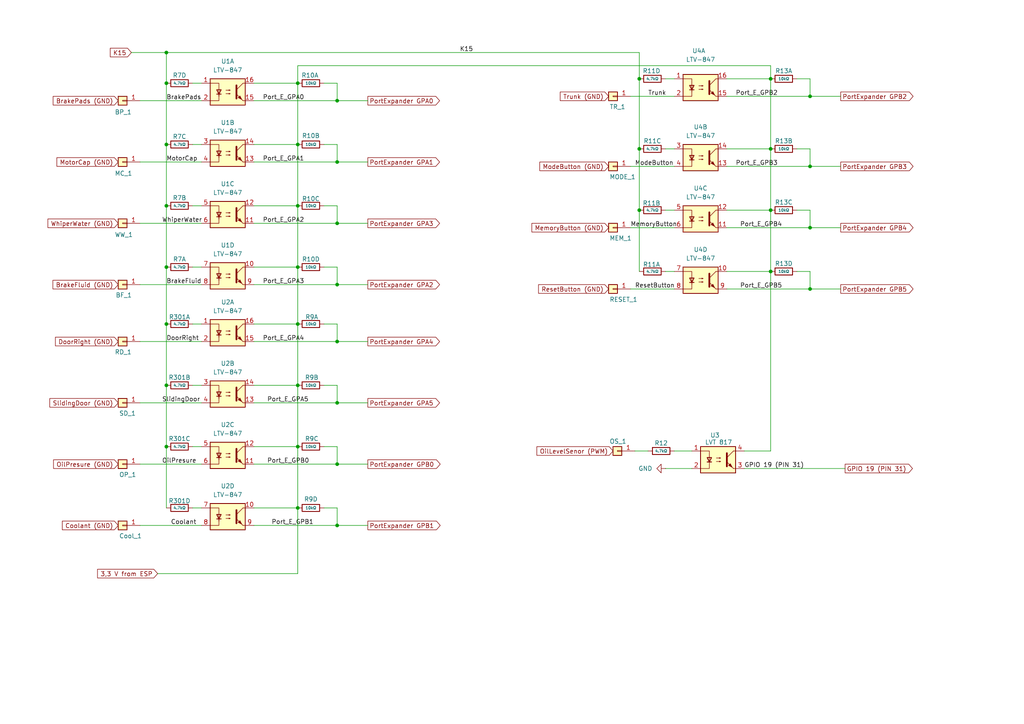
<source format=kicad_sch>
(kicad_sch (version 20231120) (generator "eeschema") (generator_version "8.0")
  (paper "A4")
  (title_block (title "Optocopler") (comment 1 "Subsheet Brake Out Borad") (comment 2 "(c) Norbert Schechner"))
  (junction (at 223.52 60.96))
  (junction (at 48.26 59.69))
  (junction (at 185.42 22.86))
  (junction (at 97.79 116.84))
  (junction (at 86.36 24.13))
  (junction (at 97.79 46.99))
  (junction (at 223.52 78.74))
  (junction (at 48.26 111.76))
  (junction (at 234.95 48.26))
  (junction (at 97.79 152.4))
  (junction (at 48.26 93.98))
  (junction (at 48.26 15.24))
  (junction (at 48.26 41.91))
  (junction (at 86.36 59.69))
  (junction (at 97.79 134.62))
  (junction (at 234.95 66.04))
  (junction (at 185.42 60.96))
  (junction (at 86.36 41.91))
  (junction (at 48.26 24.13))
  (junction (at 86.36 147.32))
  (junction (at 97.79 29.21))
  (junction (at 86.36 93.98))
  (junction (at 234.95 27.94))
  (junction (at 86.36 111.76))
  (junction (at 97.79 82.55))
  (junction (at 97.79 99.06))
  (junction (at 86.36 129.54))
  (junction (at 185.42 43.18))
  (junction (at 234.95 83.82))
  (junction (at 97.79 64.77))
  (junction (at 48.26 129.54))
  (junction (at 223.52 22.86))
  (junction (at 223.52 43.18))
  (junction (at 86.36 77.47))
  (junction (at 48.26 77.47))
  (wire (pts (xy 73.66 46.99) (xy 97.79 46.99)))
  (wire (pts (xy 106.68 29.21) (xy 97.79 29.21)))
  (wire (pts (xy 40.64 64.77) (xy 58.42 64.77)))
  (wire (pts (xy 73.66 59.69) (xy 86.36 59.69)))
  (wire (pts (xy 73.66 82.55) (xy 97.79 82.55)))
  (wire (pts (xy 55.88 147.32) (xy 58.42 147.32)))
  (wire (pts (xy 73.66 116.84) (xy 97.79 116.84)))
  (wire (pts (xy 40.64 46.99) (xy 58.42 46.99)))
  (wire (pts (xy 97.79 93.98) (xy 97.79 99.06)))
  (wire (pts (xy 40.64 29.21) (xy 58.42 29.21)))
  (wire (pts (xy 210.82 22.86) (xy 223.52 22.86)))
  (wire (pts (xy 73.66 111.76) (xy 86.36 111.76)))
  (wire (pts (xy 182.88 83.82) (xy 195.58 83.82)))
  (wire (pts (xy 55.88 77.47) (xy 58.42 77.47)))
  (wire (pts (xy 234.95 22.86) (xy 234.95 27.94)))
  (wire (pts (xy 86.36 147.32) (xy 86.36 129.54)))
  (wire (pts (xy 86.36 19.05) (xy 223.52 19.05)))
  (wire (pts (xy 223.52 60.96) (xy 223.52 78.74)))
  (wire (pts (xy 234.95 60.96) (xy 234.95 66.04)))
  (wire (pts (xy 223.52 78.74) (xy 223.52 130.81)))
  (wire (pts (xy 86.36 59.69) (xy 86.36 41.91)))
  (wire (pts (xy 45.72 166.37) (xy 86.36 166.37)))
  (wire (pts (xy 200.66 135.89) (xy 193.04 135.89)))
  (wire (pts (xy 40.64 152.4) (xy 58.42 152.4)))
  (wire (pts (xy 86.36 41.91) (xy 86.36 24.13)))
  (wire (pts (xy 210.82 27.94) (xy 234.95 27.94)))
  (wire (pts (xy 234.95 43.18) (xy 234.95 48.26)))
  (wire (pts (xy 231.14 60.96) (xy 234.95 60.96)))
  (wire (pts (xy 210.82 60.96) (xy 223.52 60.96)))
  (wire (pts (xy 73.66 129.54) (xy 86.36 129.54)))
  (wire (pts (xy 193.04 78.74) (xy 195.58 78.74)))
  (wire (pts (xy 106.68 82.55) (xy 97.79 82.55)))
  (wire (pts (xy 73.66 64.77) (xy 97.79 64.77)))
  (wire (pts (xy 55.88 129.54) (xy 58.42 129.54)))
  (wire (pts (xy 73.66 93.98) (xy 86.36 93.98)))
  (wire (pts (xy 210.82 48.26) (xy 234.95 48.26)))
  (wire (pts (xy 231.14 22.86) (xy 234.95 22.86)))
  (wire (pts (xy 234.95 78.74) (xy 234.95 83.82)))
  (wire (pts (xy 73.66 99.06) (xy 97.79 99.06)))
  (wire (pts (xy 97.79 41.91) (xy 93.98 41.91)))
  (wire (pts (xy 215.9 135.89) (xy 245.11 135.89)))
  (wire (pts (xy 231.14 78.74) (xy 234.95 78.74)))
  (wire (pts (xy 106.68 134.62) (xy 97.79 134.62)))
  (wire (pts (xy 48.26 24.13) (xy 48.26 41.91)))
  (wire (pts (xy 97.79 64.77) (xy 97.79 59.69)))
  (wire (pts (xy 193.04 60.96) (xy 195.58 60.96)))
  (wire (pts (xy 215.9 130.81) (xy 223.52 130.81)))
  (wire (pts (xy 73.66 41.91) (xy 86.36 41.91)))
  (wire (pts (xy 48.26 59.69) (xy 48.26 77.47)))
  (wire (pts (xy 55.88 24.13) (xy 58.42 24.13)))
  (wire (pts (xy 106.68 99.06) (xy 97.79 99.06)))
  (wire (pts (xy 97.79 29.21) (xy 97.79 24.13)))
  (wire (pts (xy 48.26 41.91) (xy 48.26 59.69)))
  (wire (pts (xy 93.98 77.47) (xy 97.79 77.47)))
  (wire (pts (xy 55.88 41.91) (xy 58.42 41.91)))
  (wire (pts (xy 106.68 64.77) (xy 97.79 64.77)))
  (wire (pts (xy 48.26 77.47) (xy 48.26 93.98)))
  (wire (pts (xy 182.88 48.26) (xy 195.58 48.26)))
  (wire (pts (xy 48.26 129.54) (xy 48.26 147.32)))
  (wire (pts (xy 86.36 24.13) (xy 73.66 24.13)))
  (wire (pts (xy 210.82 83.82) (xy 234.95 83.82)))
  (wire (pts (xy 185.42 60.96) (xy 185.42 78.74)))
  (wire (pts (xy 40.64 134.62) (xy 58.42 134.62)))
  (wire (pts (xy 106.68 116.84) (xy 97.79 116.84)))
  (wire (pts (xy 97.79 147.32) (xy 97.79 152.4)))
  (wire (pts (xy 193.04 43.18) (xy 195.58 43.18)))
  (wire (pts (xy 48.26 15.24) (xy 185.42 15.24)))
  (wire (pts (xy 93.98 129.54) (xy 97.79 129.54)))
  (wire (pts (xy 38.1 15.24) (xy 48.26 15.24)))
  (wire (pts (xy 184.15 130.81) (xy 187.96 130.81)))
  (wire (pts (xy 223.52 19.05) (xy 223.52 22.86)))
  (wire (pts (xy 73.66 77.47) (xy 86.36 77.47)))
  (wire (pts (xy 182.88 66.04) (xy 195.58 66.04)))
  (wire (pts (xy 185.42 15.24) (xy 185.42 22.86)))
  (wire (pts (xy 210.82 66.04) (xy 234.95 66.04)))
  (wire (pts (xy 73.66 29.21) (xy 97.79 29.21)))
  (wire (pts (xy 93.98 59.69) (xy 97.79 59.69)))
  (wire (pts (xy 73.66 152.4) (xy 97.79 152.4)))
  (wire (pts (xy 86.36 129.54) (xy 86.36 111.76)))
  (wire (pts (xy 86.36 77.47) (xy 86.36 93.98)))
  (wire (pts (xy 210.82 43.18) (xy 223.52 43.18)))
  (wire (pts (xy 40.64 99.06) (xy 58.42 99.06)))
  (wire (pts (xy 86.36 111.76) (xy 86.36 93.98)))
  (wire (pts (xy 97.79 77.47) (xy 97.79 82.55)))
  (wire (pts (xy 48.26 111.76) (xy 48.26 129.54)))
  (wire (pts (xy 97.79 111.76) (xy 97.79 116.84)))
  (wire (pts (xy 193.04 22.86) (xy 195.58 22.86)))
  (wire (pts (xy 48.26 15.24) (xy 48.26 24.13)))
  (wire (pts (xy 243.84 66.04) (xy 234.95 66.04)))
  (wire (pts (xy 223.52 43.18) (xy 223.52 22.86)))
  (wire (pts (xy 195.58 130.81) (xy 200.66 130.81)))
  (wire (pts (xy 97.79 46.99) (xy 97.79 41.91)))
  (wire (pts (xy 40.64 82.55) (xy 58.42 82.55)))
  (wire (pts (xy 185.42 43.18) (xy 185.42 60.96)))
  (wire (pts (xy 210.82 78.74) (xy 223.52 78.74)))
  (wire (pts (xy 86.36 19.05) (xy 86.36 24.13)))
  (wire (pts (xy 86.36 77.47) (xy 86.36 59.69)))
  (wire (pts (xy 182.88 27.94) (xy 195.58 27.94)))
  (wire (pts (xy 243.84 27.94) (xy 234.95 27.94)))
  (wire (pts (xy 106.68 46.99) (xy 97.79 46.99)))
  (wire (pts (xy 48.26 93.98) (xy 48.26 111.76)))
  (wire (pts (xy 40.64 116.84) (xy 58.42 116.84)))
  (wire (pts (xy 97.79 129.54) (xy 97.79 134.62)))
  (wire (pts (xy 55.88 93.98) (xy 58.42 93.98)))
  (wire (pts (xy 93.98 93.98) (xy 97.79 93.98)))
  (wire (pts (xy 93.98 111.76) (xy 97.79 111.76)))
  (wire (pts (xy 55.88 59.69) (xy 58.42 59.69)))
  (wire (pts (xy 55.88 111.76) (xy 58.42 111.76)))
  (wire (pts (xy 185.42 22.86) (xy 185.42 43.18)))
  (wire (pts (xy 106.68 152.4) (xy 97.79 152.4)))
  (wire (pts (xy 73.66 147.32) (xy 86.36 147.32)))
  (wire (pts (xy 86.36 147.32) (xy 86.36 166.37)))
  (wire (pts (xy 243.84 83.82) (xy 234.95 83.82)))
  (wire (pts (xy 243.84 48.26) (xy 234.95 48.26)))
  (wire (pts (xy 93.98 147.32) (xy 97.79 147.32)))
  (wire (pts (xy 231.14 43.18) (xy 234.95 43.18)))
  (wire (pts (xy 223.52 60.96) (xy 223.52 43.18)))
  (wire (pts (xy 97.79 24.13) (xy 93.98 24.13)))
  (wire (pts (xy 73.66 134.62) (xy 97.79 134.62)))
  (label "BrakePads" (at 48.26 29.21 0))
  (label "MotorCap" (at 48.26 46.99 0))
  (label "Port_E_GPB3" (at 213.36 48.26 0))
  (label "Port_E_GPB2" (at 213.36 27.94 0))
  (label "Coolant" (at 49.53 152.4 0))
  (label "Port_E_GPB0" (at 77.47 134.62 0))
  (label "ResetButton" (at 184.15 83.82 0))
  (label "Port_E_GPA4" (at 76.2 99.06 0))
  (label "K15" (at 133.35 15.24 0))
  (label "Port_E_GPA0" (at 76.2 29.21 0))
  (label "Port_E_GPA5" (at 77.47 116.84 0))
  (label "Port_E_GPA3" (at 76.2 82.55 0))
  (label "GPIO 19 (PIN 31)" (at 215.9 135.89 0))
  (label "SlidingDoor" (at 46.99 116.84 0))
  (label "Port_E_GPB5" (at 214.63 83.82 0))
  (label "ModeButton" (at 184.15 48.26 0))
  (label "MemoryButton" (at 182.88 66.04 0))
  (label "WhiperWater" (at 46.99 64.77 0))
  (label "OilPresure" (at 46.99 134.62 0))
  (label "Port_E_GPB1" (at 78.74 152.4 0))
  (label "Port_E_GPA2" (at 76.2 64.77 0))
  (label "Trunk" (at 187.96 27.94 0))
  (label "Port_E_GPB4" (at 214.63 66.04 0))
  (label "BrakeFluid" (at 48.26 82.55 0))
  (label "Port_E_GPA1" (at 76.2 46.99 0))
  (label "DoorRight" (at 48.26 99.06 0))
  (global_label "MotorCap (GND)" (shape input) (at 34.29 46.99 180) (property "Intersheetrefs" "${INTERSHEET_REFS}" (at 15.944 46.99 0) (effects (justify right))))
  (global_label "3,3 V from ESP" (shape input) (at 45.72 166.37 180) (property "Intersheetrefs" "${INTERSHEET_REFS}" (at 27.7369 166.37 0) (effects (justify right))))
  (global_label "PortExpander GPA3" (shape output) (at 106.68 64.77 0) (property "Intersheetrefs" "${INTERSHEET_REFS}" (at 128.0497 64.77 0) (effects (justify left))))
  (global_label "PortExpander GPA1" (shape output) (at 106.68 46.99 0) (property "Intersheetrefs" "${INTERSHEET_REFS}" (at 128.0497 46.99 0) (effects (justify left))))
  (global_label "OilLevelSenor (PWM)" (shape input) (at 177.8 130.81 180) (property "Intersheetrefs" "${INTERSHEET_REFS}" (at 155.1601 130.81 0) (effects (justify right))))
  (global_label "PortExpander GPB1" (shape output) (at 106.68 152.4 0) (property "Intersheetrefs" "${INTERSHEET_REFS}" (at 128.2311 152.4 0) (effects (justify left))))
  (global_label "GPIO 19 (PIN 31)" (shape output) (at 245.11 135.89 0) (property "Intersheetrefs" "${INTERSHEET_REFS}" (at 265.21 135.89 0) (effects (justify left))))
  (global_label "PortExpander GPB3" (shape output) (at 243.84 48.26 0) (property "Intersheetrefs" "${INTERSHEET_REFS}" (at 265.3911 48.26 0) (effects (justify left))))
  (global_label "PortExpander GPB5" (shape output) (at 243.84 83.82 0) (property "Intersheetrefs" "${INTERSHEET_REFS}" (at 265.3911 83.82 0) (effects (justify left))))
  (global_label "PortExpander GPB4" (shape output) (at 243.84 66.04 0) (property "Intersheetrefs" "${INTERSHEET_REFS}" (at 265.3911 66.04 0) (effects (justify left))))
  (global_label "ResetButton (GND)" (shape input) (at 176.53 83.82 180) (property "Intersheetrefs" "${INTERSHEET_REFS}" (at 155.6439 83.82 0) (effects (justify right))))
  (global_label "K15" (shape input) (at 38.1 15.24 180) (property "Intersheetrefs" "${INTERSHEET_REFS}" (at 31.4258 15.24 0) (effects (justify right))))
  (global_label "MemoryButton (GND)" (shape input) (at 176.53 66.04 180) (property "Intersheetrefs" "${INTERSHEET_REFS}" (at 153.7088 66.04 0) (effects (justify right))))
  (global_label "OilPresure (GND)" (shape input) (at 34.29 134.62 180) (property "Intersheetrefs" "${INTERSHEET_REFS}" (at 14.9761 134.62 0) (effects (justify right))))
  (global_label "PortExpander GPA4" (shape output) (at 106.68 99.06 0) (property "Intersheetrefs" "${INTERSHEET_REFS}" (at 128.0497 99.06 0) (effects (justify left))))
  (global_label "Coolant (GND)" (shape input) (at 34.29 152.4 180) (property "Intersheetrefs" "${INTERSHEET_REFS}" (at 17.5164 152.4 0) (effects (justify right))))
  (global_label "PortExpander GPA5" (shape output) (at 106.68 116.84 0) (property "Intersheetrefs" "${INTERSHEET_REFS}" (at 128.0497 116.84 0) (effects (justify left))))
  (global_label "DoorRight (GND)" (shape input) (at 34.29 99.06 180) (property "Intersheetrefs" "${INTERSHEET_REFS}" (at 15.5206 99.06 0) (effects (justify right))))
  (global_label "PortExpander GPA2" (shape output) (at 106.68 82.55 0) (property "Intersheetrefs" "${INTERSHEET_REFS}" (at 128.0497 82.55 0) (effects (justify left))))
  (global_label "PortExpander GPB0" (shape output) (at 106.68 134.62 0) (property "Intersheetrefs" "${INTERSHEET_REFS}" (at 128.2311 134.62 0) (effects (justify left))))
  (global_label "PortExpander GPB2" (shape output) (at 243.84 27.94 0) (property "Intersheetrefs" "${INTERSHEET_REFS}" (at 265.3911 27.94 0) (effects (justify left))))
  (global_label "PortExpander GPA0" (shape output) (at 106.68 29.21 0) (property "Intersheetrefs" "${INTERSHEET_REFS}" (at 128.0497 29.21 0) (effects (justify left))))
  (global_label "BrakeFluid (GND)" (shape input) (at 34.29 82.55 180) (property "Intersheetrefs" "${INTERSHEET_REFS}" (at 14.7948 82.55 0) (effects (justify right))))
  (global_label "BrakePads (GND)" (shape input) (at 34.29 29.21 180) (property "Intersheetrefs" "${INTERSHEET_REFS}" (at 14.8553 29.21 0) (effects (justify right))))
  (global_label "ModeButton (GND)" (shape input) (at 176.53 48.26 180) (property "Intersheetrefs" "${INTERSHEET_REFS}" (at 156.0069 48.26 0) (effects (justify right))))
  (global_label "WhiperWater (GND)" (shape input) (at 34.29 64.77 180) (property "Intersheetrefs" "${INTERSHEET_REFS}" (at 13.3434 64.77 0) (effects (justify right))))
  (global_label "SlidingDoor (GND)" (shape input) (at 34.29 116.84 180) (property "Intersheetrefs" "${INTERSHEET_REFS}" (at 13.8878 116.84 0) (effects (justify right))))
  (global_label "Trunk (GND)" (shape input) (at 176.53 27.94 180) (property "Intersheetrefs" "${INTERSHEET_REFS}" (at 161.9334 27.94 0) (effects (justify right))))
  (symbol (lib_id "Isolator:LTV-847") (at 203.2 25.4 0) (unit 1)
    (property "Reference" "U4" (at 202.692 14.732 0))
    (property "Value" "LTV-847" (at 203.2 17.272 0))
    (property "Footprint" "Package_DIP:DIP-16_W7.62mm" (effects (hide yes)))
    (property "Datasheet" "http://optoelectronics.liteon.com/upload/download/DS-70-96-0016/LTV-8X7%20series.PDF" (effects (hide yes)))
    (property "Description" "Quad DC Optocoupler, Vce 35V, CTR 50%, DIP-16" (effects (hide yes)))
  )
  (symbol (lib_id "PCM_JLCPCB-Resistors:0603x4,4.7kΩ") (at 52.07 129.54 90) (unit 3)
    (property "Reference" "R301" (at 52.07 127.254 90))
    (property "Value" "4.7kΩ" (at 52.07 129.54 90) (effects (font (size 0.8 0.8))))
    (property "Footprint" "PCM_JLCPCB:R_0603x4" (effects (hide yes)))
    (property "Datasheet" "https://www.lcsc.com/datasheet/lcsc_datasheet_2304140030_UNI-ROYAL-Uniroyal-Elec-4D03WGJ0472T5E_C1980.pdf" (effects (hide yes)))
    (property "Description" "4 ±5% 4.7kΩ 62.5mW ±200ppm/°C 0603x4 Resistor Networks, Arrays ROHS" (effects (hide yes)))
    (property "LCSC" "C1980" (effects (hide yes)))
    (property "Stock" "122186" (effects (hide yes)))
    (property "Price" "0.019USD" (effects (hide yes)))
    (property "Process" "SMT" (effects (hide yes)))
    (property "Minimum Qty" "1" (effects (hide yes)))
    (property "Attrition Qty" "0" (effects (hide yes)))
    (property "Class" "Basic Component" (effects (hide yes)))
    (property "Category" "Resistors,Resistor Networks & Arrays" (effects (hide yes)))
    (property "Manufacturer" "UNI-ROYAL(Uniroyal Elec)" (effects (hide yes)))
    (property "Part" "4D03WGJ0472T5E" (effects (hide yes)))
    (property "Resistance" "4.7kΩ" (effects (hide yes)))
    (property "Power(Watts)" "62.5mW" (effects (hide yes)))
    (property "Number of Resistors" "4" (effects (hide yes)))
    (property "Number of Pins" "8" (effects (hide yes)))
    (property "Tolerance" "±5%" (effects (hide yes)))
    (property "Temperature Coefficient" "±200ppm/°C" (effects (hide yes)))
  )
  (symbol (lib_id "PCM_JLCPCB-Resistors:0603x4,4.7kΩ") (at 52.07 77.47 90) (unit 1)
    (property "Reference" "R7" (at 52.07 75.184 90))
    (property "Value" "4.7kΩ" (at 52.07 77.47 90) (effects (font (size 0.8 0.8))))
    (property "Footprint" "PCM_JLCPCB:R_0603x4" (effects (hide yes)))
    (property "Datasheet" "https://www.lcsc.com/datasheet/lcsc_datasheet_2304140030_UNI-ROYAL-Uniroyal-Elec-4D03WGJ0472T5E_C1980.pdf" (effects (hide yes)))
    (property "Description" "4 ±5% 4.7kΩ 62.5mW ±200ppm/°C 0603x4 Resistor Networks, Arrays ROHS" (effects (hide yes)))
    (property "LCSC" "C1980" (effects (hide yes)))
    (property "Stock" "122186" (effects (hide yes)))
    (property "Price" "0.019USD" (effects (hide yes)))
    (property "Process" "SMT" (effects (hide yes)))
    (property "Minimum Qty" "1" (effects (hide yes)))
    (property "Attrition Qty" "0" (effects (hide yes)))
    (property "Class" "Basic Component" (effects (hide yes)))
    (property "Category" "Resistors,Resistor Networks & Arrays" (effects (hide yes)))
    (property "Manufacturer" "UNI-ROYAL(Uniroyal Elec)" (effects (hide yes)))
    (property "Part" "4D03WGJ0472T5E" (effects (hide yes)))
    (property "Resistance" "4.7kΩ" (effects (hide yes)))
    (property "Power(Watts)" "62.5mW" (effects (hide yes)))
    (property "Number of Resistors" "4" (effects (hide yes)))
    (property "Number of Pins" "8" (effects (hide yes)))
    (property "Tolerance" "±5%" (effects (hide yes)))
    (property "Temperature Coefficient" "±200ppm/°C" (effects (hide yes)))
  )
  (symbol (lib_id "PCM_JLCPCB-Resistors:0603x4,4.7kΩ") (at 52.07 111.76 90) (unit 2)
    (property "Reference" "R301" (at 52.07 109.474 90))
    (property "Value" "4.7kΩ" (at 52.07 111.76 90) (effects (font (size 0.8 0.8))))
    (property "Footprint" "PCM_JLCPCB:R_0603x4" (effects (hide yes)))
    (property "Datasheet" "https://www.lcsc.com/datasheet/lcsc_datasheet_2304140030_UNI-ROYAL-Uniroyal-Elec-4D03WGJ0472T5E_C1980.pdf" (effects (hide yes)))
    (property "Description" "4 ±5% 4.7kΩ 62.5mW ±200ppm/°C 0603x4 Resistor Networks, Arrays ROHS" (effects (hide yes)))
    (property "LCSC" "C1980" (effects (hide yes)))
    (property "Stock" "122186" (effects (hide yes)))
    (property "Price" "0.019USD" (effects (hide yes)))
    (property "Process" "SMT" (effects (hide yes)))
    (property "Minimum Qty" "1" (effects (hide yes)))
    (property "Attrition Qty" "0" (effects (hide yes)))
    (property "Class" "Basic Component" (effects (hide yes)))
    (property "Category" "Resistors,Resistor Networks & Arrays" (effects (hide yes)))
    (property "Manufacturer" "UNI-ROYAL(Uniroyal Elec)" (effects (hide yes)))
    (property "Part" "4D03WGJ0472T5E" (effects (hide yes)))
    (property "Resistance" "4.7kΩ" (effects (hide yes)))
    (property "Power(Watts)" "62.5mW" (effects (hide yes)))
    (property "Number of Resistors" "4" (effects (hide yes)))
    (property "Number of Pins" "8" (effects (hide yes)))
    (property "Tolerance" "±5%" (effects (hide yes)))
    (property "Temperature Coefficient" "±200ppm/°C" (effects (hide yes)))
  )
  (symbol (lib_id "PCM_JLCPCB-Resistors:0603,4.7kΩ") (at 191.77 130.81 90) (unit 1)
    (property "Reference" "R12" (at 191.77 128.524 90))
    (property "Value" "4.7kΩ" (at 191.77 130.81 90) (effects (font (size 0.8 0.8))))
    (property "Footprint" "PCM_JLCPCB:R_0603" (effects (hide yes)))
    (property "Datasheet" "https://www.lcsc.com/datasheet/lcsc_datasheet_2206010116_UNI-ROYAL-Uniroyal-Elec-0603WAF4701T5E_C23162.pdf" (effects (hide yes)))
    (property "Description" "100mW Thick Film Resistors 75V ±100ppm/°C ±1% 4.7kΩ 0603 Chip Resistor - Surface Mount ROHS" (effects (hide yes)))
    (property "LCSC" "C23162" (effects (hide yes)))
    (property "Stock" "5652089" (effects (hide yes)))
    (property "Price" "0.004USD" (effects (hide yes)))
    (property "Process" "SMT" (effects (hide yes)))
    (property "Minimum Qty" "20" (effects (hide yes)))
    (property "Attrition Qty" "10" (effects (hide yes)))
    (property "Class" "Basic Component" (effects (hide yes)))
    (property "Category" "Resistors,Chip Resistor - Surface Mount" (effects (hide yes)))
    (property "Manufacturer" "UNI-ROYAL(Uniroyal Elec)" (effects (hide yes)))
    (property "Part" "0603WAF4701T5E" (effects (hide yes)))
    (property "Resistance" "4.7kΩ" (effects (hide yes)))
    (property "Power(Watts)" "100mW" (effects (hide yes)))
    (property "Type" "Thick Film Resistors" (effects (hide yes)))
    (property "Overload Voltage (Max)" "75V" (effects (hide yes)))
    (property "Operating Temperature Range" "-55°C~+155°C" (effects (hide yes)))
    (property "Tolerance" "±1%" (effects (hide yes)))
    (property "Temperature Coefficient" "±100ppm/°C" (effects (hide yes)))
  )
  (symbol (lib_id "Connector_Generic:Conn_01x01") (at 35.56 116.84 180) (unit 1)
    (property "Reference" "SD_1" (at 34.544 119.888 0) (effects (justify right)))
    (property "Value" "Door_S" (effects (hide yes)))
    (property "Footprint" "Connector_Wire:SolderWire-0.5sqmm_1x01_D0.9mm_OD2.1mm" (effects (hide yes)))
    (property "Description" "Generic connector, single row, 01x01, script generated (kicad-library-utils/schlib/autogen/connector/)" (effects (hide yes)))
  )
  (symbol (lib_id "Connector_Generic:Conn_01x01") (at 35.56 64.77 180) (unit 1)
    (property "Reference" "WW_1" (at 33.274 68.072 0) (effects (justify right)))
    (property "Value" "WhiperWater" (effects (hide yes)))
    (property "Footprint" "Connector_Wire:SolderWire-0.5sqmm_1x01_D0.9mm_OD2.1mm" (effects (hide yes)))
    (property "Description" "Generic connector, single row, 01x01, script generated (kicad-library-utils/schlib/autogen/connector/)" (effects (hide yes)))
  )
  (symbol (lib_id "PCM_JLCPCB-Resistors:0603x4,10kΩ") (at 90.17 111.76 90) (unit 2)
    (property "Reference" "R9" (at 90.424 109.474 90))
    (property "Value" "10kΩ" (at 90.17 111.76 90) (effects (font (size 0.8 0.8))))
    (property "Footprint" "PCM_JLCPCB:R_0603x4" (effects (hide yes)))
    (property "Datasheet" "https://www.lcsc.com/datasheet/lcsc_datasheet_2304140030_UNI-ROYAL-Uniroyal-Elec-4D03WGJ0103T5E_C29718.pdf" (effects (hide yes)))
    (property "Description" "4 ±5% 10kΩ 62.5mW ±200ppm/°C 0603x4 Resistor Networks, Arrays ROHS" (effects (hide yes)))
    (property "LCSC" "C29718" (effects (hide yes)))
    (property "Stock" "767192" (effects (hide yes)))
    (property "Price" "0.019USD" (effects (hide yes)))
    (property "Process" "SMT" (effects (hide yes)))
    (property "Minimum Qty" "1" (effects (hide yes)))
    (property "Attrition Qty" "0" (effects (hide yes)))
    (property "Class" "Basic Component" (effects (hide yes)))
    (property "Category" "Resistors,Resistor Networks & Arrays" (effects (hide yes)))
    (property "Manufacturer" "UNI-ROYAL(Uniroyal Elec)" (effects (hide yes)))
    (property "Part" "4D03WGJ0103T5E" (effects (hide yes)))
    (property "Resistance" "10kΩ" (effects (hide yes)))
    (property "Power(Watts)" "62.5mW" (effects (hide yes)))
    (property "Number of Resistors" "4" (effects (hide yes)))
    (property "Number of Pins" "8" (effects (hide yes)))
    (property "Tolerance" "±5%" (effects (hide yes)))
    (property "Temperature Coefficient" "±200ppm/°C" (effects (hide yes)))
  )
  (symbol (lib_id "PCM_JLCPCB-Resistors:0603x4,10kΩ") (at 90.17 147.32 90) (unit 4)
    (property "Reference" "R9" (at 90.17 144.78 90))
    (property "Value" "10kΩ" (at 90.17 147.32 90) (effects (font (size 0.8 0.8))))
    (property "Footprint" "PCM_JLCPCB:R_0603x4" (effects (hide yes)))
    (property "Datasheet" "https://www.lcsc.com/datasheet/lcsc_datasheet_2304140030_UNI-ROYAL-Uniroyal-Elec-4D03WGJ0103T5E_C29718.pdf" (effects (hide yes)))
    (property "Description" "4 ±5% 10kΩ 62.5mW ±200ppm/°C 0603x4 Resistor Networks, Arrays ROHS" (effects (hide yes)))
    (property "LCSC" "C29718" (effects (hide yes)))
    (property "Stock" "767192" (effects (hide yes)))
    (property "Price" "0.019USD" (effects (hide yes)))
    (property "Process" "SMT" (effects (hide yes)))
    (property "Minimum Qty" "1" (effects (hide yes)))
    (property "Attrition Qty" "0" (effects (hide yes)))
    (property "Class" "Basic Component" (effects (hide yes)))
    (property "Category" "Resistors,Resistor Networks & Arrays" (effects (hide yes)))
    (property "Manufacturer" "UNI-ROYAL(Uniroyal Elec)" (effects (hide yes)))
    (property "Part" "4D03WGJ0103T5E" (effects (hide yes)))
    (property "Resistance" "10kΩ" (effects (hide yes)))
    (property "Power(Watts)" "62.5mW" (effects (hide yes)))
    (property "Number of Resistors" "4" (effects (hide yes)))
    (property "Number of Pins" "8" (effects (hide yes)))
    (property "Tolerance" "±5%" (effects (hide yes)))
    (property "Temperature Coefficient" "±200ppm/°C" (effects (hide yes)))
  )
  (symbol (lib_id "Connector_Generic:Conn_01x01") (at 35.56 99.06 180) (unit 1)
    (property "Reference" "RD_1" (at 33.274 102.108 0) (effects (justify right)))
    (property "Value" "Door_R" (effects (hide yes)))
    (property "Footprint" "Connector_Wire:SolderWire-0.5sqmm_1x01_D0.9mm_OD2.1mm" (effects (hide yes)))
    (property "Description" "Generic connector, single row, 01x01, script generated (kicad-library-utils/schlib/autogen/connector/)" (effects (hide yes)))
  )
  (symbol (lib_id "PCM_JLCPCB-Resistors:0603x4,4.7kΩ") (at 189.23 43.18 90) (unit 3)
    (property "Reference" "R11" (at 189.23 40.894 90))
    (property "Value" "4.7kΩ" (at 189.23 43.18 90) (effects (font (size 0.8 0.8))))
    (property "Footprint" "PCM_JLCPCB:R_0603x4" (effects (hide yes)))
    (property "Datasheet" "https://www.lcsc.com/datasheet/lcsc_datasheet_2304140030_UNI-ROYAL-Uniroyal-Elec-4D03WGJ0472T5E_C1980.pdf" (effects (hide yes)))
    (property "Description" "4 ±5% 4.7kΩ 62.5mW ±200ppm/°C 0603x4 Resistor Networks, Arrays ROHS" (effects (hide yes)))
    (property "LCSC" "C1980" (effects (hide yes)))
    (property "Stock" "122186" (effects (hide yes)))
    (property "Price" "0.019USD" (effects (hide yes)))
    (property "Process" "SMT" (effects (hide yes)))
    (property "Minimum Qty" "1" (effects (hide yes)))
    (property "Attrition Qty" "0" (effects (hide yes)))
    (property "Class" "Basic Component" (effects (hide yes)))
    (property "Category" "Resistors,Resistor Networks & Arrays" (effects (hide yes)))
    (property "Manufacturer" "UNI-ROYAL(Uniroyal Elec)" (effects (hide yes)))
    (property "Part" "4D03WGJ0472T5E" (effects (hide yes)))
    (property "Resistance" "4.7kΩ" (effects (hide yes)))
    (property "Power(Watts)" "62.5mW" (effects (hide yes)))
    (property "Number of Resistors" "4" (effects (hide yes)))
    (property "Number of Pins" "8" (effects (hide yes)))
    (property "Tolerance" "±5%" (effects (hide yes)))
    (property "Temperature Coefficient" "±200ppm/°C" (effects (hide yes)))
  )
  (symbol (lib_id "Isolator:LTV-847") (at 203.2 81.28 0) (unit 4)
    (property "Reference" "U4" (at 203.2 72.39 0))
    (property "Value" "LTV-847" (at 203.2 74.93 0))
    (property "Footprint" "Package_DIP:DIP-16_W7.62mm" (effects (hide yes)))
    (property "Datasheet" "http://optoelectronics.liteon.com/upload/download/DS-70-96-0016/LTV-8X7%20series.PDF" (effects (hide yes)))
    (property "Description" "Quad DC Optocoupler, Vce 35V, CTR 50%, DIP-16" (effects (hide yes)))
  )
  (symbol (lib_id "Isolator:LTV-847") (at 66.04 26.67 0) (unit 1)
    (property "Reference" "U1" (at 66.04 17.78 0))
    (property "Value" "LTV-847" (at 66.04 20.32 0))
    (property "Footprint" "Package_DIP:DIP-16_W7.62mm" (effects (hide yes)))
    (property "Datasheet" "http://optoelectronics.liteon.com/upload/download/DS-70-96-0016/LTV-8X7%20series.PDF" (effects (hide yes)))
    (property "Description" "Quad DC Optocoupler, Vce 35V, CTR 50%, DIP-16" (effects (hide yes)))
  )
  (symbol (lib_id "Connector_Generic:Conn_01x01") (at 35.56 134.62 180) (unit 1)
    (property "Reference" "OP_1" (at 34.544 137.668 0) (effects (justify right)))
    (property "Value" "OilPresure" (effects (hide yes)))
    (property "Footprint" "Connector_Wire:SolderWire-0.5sqmm_1x01_D0.9mm_OD2.1mm" (effects (hide yes)))
    (property "Description" "Generic connector, single row, 01x01, script generated (kicad-library-utils/schlib/autogen/connector/)" (effects (hide yes)))
  )
  (symbol (lib_id "Isolator:LTV-847") (at 66.04 96.52 0) (unit 1)
    (property "Reference" "U2" (at 66.04 87.63 0))
    (property "Value" "LTV-847" (at 66.04 90.17 0))
    (property "Footprint" "Package_DIP:DIP-16_W7.62mm" (effects (hide yes)))
    (property "Datasheet" "http://optoelectronics.liteon.com/upload/download/DS-70-96-0016/LTV-8X7%20series.PDF" (effects (hide yes)))
    (property "Description" "Quad DC Optocoupler, Vce 35V, CTR 50%, DIP-16" (effects (hide yes)))
  )
  (symbol (lib_id "PCM_JLCPCB-Resistors:0603x4,4.7kΩ") (at 52.07 24.13 90) (unit 4)
    (property "Reference" "R7" (at 52.07 21.844 90))
    (property "Value" "4.7kΩ" (at 52.07 24.13 90) (effects (font (size 0.8 0.8))))
    (property "Footprint" "PCM_JLCPCB:R_0603x4" (effects (hide yes)))
    (property "Datasheet" "https://www.lcsc.com/datasheet/lcsc_datasheet_2304140030_UNI-ROYAL-Uniroyal-Elec-4D03WGJ0472T5E_C1980.pdf" (effects (hide yes)))
    (property "Description" "4 ±5% 4.7kΩ 62.5mW ±200ppm/°C 0603x4 Resistor Networks, Arrays ROHS" (effects (hide yes)))
    (property "LCSC" "C1980" (effects (hide yes)))
    (property "Stock" "122186" (effects (hide yes)))
    (property "Price" "0.019USD" (effects (hide yes)))
    (property "Process" "SMT" (effects (hide yes)))
    (property "Minimum Qty" "1" (effects (hide yes)))
    (property "Attrition Qty" "0" (effects (hide yes)))
    (property "Class" "Basic Component" (effects (hide yes)))
    (property "Category" "Resistors,Resistor Networks & Arrays" (effects (hide yes)))
    (property "Manufacturer" "UNI-ROYAL(Uniroyal Elec)" (effects (hide yes)))
    (property "Part" "4D03WGJ0472T5E" (effects (hide yes)))
    (property "Resistance" "4.7kΩ" (effects (hide yes)))
    (property "Power(Watts)" "62.5mW" (effects (hide yes)))
    (property "Number of Resistors" "4" (effects (hide yes)))
    (property "Number of Pins" "8" (effects (hide yes)))
    (property "Tolerance" "±5%" (effects (hide yes)))
    (property "Temperature Coefficient" "±200ppm/°C" (effects (hide yes)))
  )
  (symbol (lib_id "Isolator:LTV-847") (at 203.2 63.5 0) (unit 3)
    (property "Reference" "U4" (at 203.2 54.61 0))
    (property "Value" "LTV-847" (at 203.2 57.15 0))
    (property "Footprint" "Package_DIP:DIP-16_W7.62mm" (effects (hide yes)))
    (property "Datasheet" "http://optoelectronics.liteon.com/upload/download/DS-70-96-0016/LTV-8X7%20series.PDF" (effects (hide yes)))
    (property "Description" "Quad DC Optocoupler, Vce 35V, CTR 50%, DIP-16" (effects (hide yes)))
  )
  (symbol (lib_id "PCM_JLCPCB-Resistors:0603x4,4.7kΩ") (at 52.07 93.98 90) (unit 1)
    (property "Reference" "R301" (at 52.07 91.948 90))
    (property "Value" "4.7kΩ" (at 52.07 93.98 90) (effects (font (size 0.8 0.8))))
    (property "Footprint" "PCM_JLCPCB:R_0603x4" (effects (hide yes)))
    (property "Datasheet" "https://www.lcsc.com/datasheet/lcsc_datasheet_2304140030_UNI-ROYAL-Uniroyal-Elec-4D03WGJ0472T5E_C1980.pdf" (effects (hide yes)))
    (property "Description" "4 ±5% 4.7kΩ 62.5mW ±200ppm/°C 0603x4 Resistor Networks, Arrays ROHS" (effects (hide yes)))
    (property "LCSC" "C1980" (effects (hide yes)))
    (property "Stock" "122186" (effects (hide yes)))
    (property "Price" "0.019USD" (effects (hide yes)))
    (property "Process" "SMT" (effects (hide yes)))
    (property "Minimum Qty" "1" (effects (hide yes)))
    (property "Attrition Qty" "0" (effects (hide yes)))
    (property "Class" "Basic Component" (effects (hide yes)))
    (property "Category" "Resistors,Resistor Networks & Arrays" (effects (hide yes)))
    (property "Manufacturer" "UNI-ROYAL(Uniroyal Elec)" (effects (hide yes)))
    (property "Part" "4D03WGJ0472T5E" (effects (hide yes)))
    (property "Resistance" "4.7kΩ" (effects (hide yes)))
    (property "Power(Watts)" "62.5mW" (effects (hide yes)))
    (property "Number of Resistors" "4" (effects (hide yes)))
    (property "Number of Pins" "8" (effects (hide yes)))
    (property "Tolerance" "±5%" (effects (hide yes)))
    (property "Temperature Coefficient" "±200ppm/°C" (effects (hide yes)))
  )
  (symbol (lib_id "PCM_JLCPCB-Resistors:0603x4,4.7kΩ") (at 189.23 60.96 90) (unit 2)
    (property "Reference" "R11" (at 188.976 58.928 90))
    (property "Value" "4.7kΩ" (at 189.23 60.96 90) (effects (font (size 0.8 0.8))))
    (property "Footprint" "PCM_JLCPCB:R_0603x4" (effects (hide yes)))
    (property "Datasheet" "https://www.lcsc.com/datasheet/lcsc_datasheet_2304140030_UNI-ROYAL-Uniroyal-Elec-4D03WGJ0472T5E_C1980.pdf" (effects (hide yes)))
    (property "Description" "4 ±5% 4.7kΩ 62.5mW ±200ppm/°C 0603x4 Resistor Networks, Arrays ROHS" (effects (hide yes)))
    (property "LCSC" "C1980" (effects (hide yes)))
    (property "Stock" "122186" (effects (hide yes)))
    (property "Price" "0.019USD" (effects (hide yes)))
    (property "Process" "SMT" (effects (hide yes)))
    (property "Minimum Qty" "1" (effects (hide yes)))
    (property "Attrition Qty" "0" (effects (hide yes)))
    (property "Class" "Basic Component" (effects (hide yes)))
    (property "Category" "Resistors,Resistor Networks & Arrays" (effects (hide yes)))
    (property "Manufacturer" "UNI-ROYAL(Uniroyal Elec)" (effects (hide yes)))
    (property "Part" "4D03WGJ0472T5E" (effects (hide yes)))
    (property "Resistance" "4.7kΩ" (effects (hide yes)))
    (property "Power(Watts)" "62.5mW" (effects (hide yes)))
    (property "Number of Resistors" "4" (effects (hide yes)))
    (property "Number of Pins" "8" (effects (hide yes)))
    (property "Tolerance" "±5%" (effects (hide yes)))
    (property "Temperature Coefficient" "±200ppm/°C" (effects (hide yes)))
  )
  (symbol (lib_id "Isolator:LTV-847") (at 66.04 80.01 0) (unit 4)
    (property "Reference" "U1" (at 66.04 71.12 0))
    (property "Value" "LTV-847" (at 66.04 73.66 0))
    (property "Footprint" "Package_DIP:DIP-16_W7.62mm" (effects (hide yes)))
    (property "Datasheet" "http://optoelectronics.liteon.com/upload/download/DS-70-96-0016/LTV-8X7%20series.PDF" (effects (hide yes)))
    (property "Description" "Quad DC Optocoupler, Vce 35V, CTR 50%, DIP-16" (effects (hide yes)))
  )
  (symbol (lib_id "PCM_JLCPCB-Resistors:0603x4,10kΩ") (at 227.33 60.96 90) (unit 3)
    (property "Reference" "R13" (at 227.33 58.674 90))
    (property "Value" "10kΩ" (at 227.33 60.96 90) (effects (font (size 0.8 0.8))))
    (property "Footprint" "PCM_JLCPCB:R_0603x4" (effects (hide yes)))
    (property "Datasheet" "https://www.lcsc.com/datasheet/lcsc_datasheet_2304140030_UNI-ROYAL-Uniroyal-Elec-4D03WGJ0103T5E_C29718.pdf" (effects (hide yes)))
    (property "Description" "4 ±5% 10kΩ 62.5mW ±200ppm/°C 0603x4 Resistor Networks, Arrays ROHS" (effects (hide yes)))
    (property "LCSC" "C29718" (effects (hide yes)))
    (property "Stock" "767192" (effects (hide yes)))
    (property "Price" "0.019USD" (effects (hide yes)))
    (property "Process" "SMT" (effects (hide yes)))
    (property "Minimum Qty" "1" (effects (hide yes)))
    (property "Attrition Qty" "0" (effects (hide yes)))
    (property "Class" "Basic Component" (effects (hide yes)))
    (property "Category" "Resistors,Resistor Networks & Arrays" (effects (hide yes)))
    (property "Manufacturer" "UNI-ROYAL(Uniroyal Elec)" (effects (hide yes)))
    (property "Part" "4D03WGJ0103T5E" (effects (hide yes)))
    (property "Resistance" "10kΩ" (effects (hide yes)))
    (property "Power(Watts)" "62.5mW" (effects (hide yes)))
    (property "Number of Resistors" "4" (effects (hide yes)))
    (property "Number of Pins" "8" (effects (hide yes)))
    (property "Tolerance" "±5%" (effects (hide yes)))
    (property "Temperature Coefficient" "±200ppm/°C" (effects (hide yes)))
  )
  (symbol (lib_id "PCM_JLCPCB-Resistors:0603x4,10kΩ") (at 90.17 24.13 90) (unit 1)
    (property "Reference" "R10" (at 89.916 21.844 90))
    (property "Value" "10kΩ" (at 90.17 24.13 90) (effects (font (size 0.8 0.8))))
    (property "Footprint" "PCM_JLCPCB:R_0603x4" (effects (hide yes)))
    (property "Datasheet" "https://www.lcsc.com/datasheet/lcsc_datasheet_2304140030_UNI-ROYAL-Uniroyal-Elec-4D03WGJ0103T5E_C29718.pdf" (effects (hide yes)))
    (property "Description" "4 ±5% 10kΩ 62.5mW ±200ppm/°C 0603x4 Resistor Networks, Arrays ROHS" (effects (hide yes)))
    (property "LCSC" "C29718" (effects (hide yes)))
    (property "Stock" "767192" (effects (hide yes)))
    (property "Price" "0.019USD" (effects (hide yes)))
    (property "Process" "SMT" (effects (hide yes)))
    (property "Minimum Qty" "1" (effects (hide yes)))
    (property "Attrition Qty" "0" (effects (hide yes)))
    (property "Class" "Basic Component" (effects (hide yes)))
    (property "Category" "Resistors,Resistor Networks & Arrays" (effects (hide yes)))
    (property "Manufacturer" "UNI-ROYAL(Uniroyal Elec)" (effects (hide yes)))
    (property "Part" "4D03WGJ0103T5E" (effects (hide yes)))
    (property "Resistance" "10kΩ" (effects (hide yes)))
    (property "Power(Watts)" "62.5mW" (effects (hide yes)))
    (property "Number of Resistors" "4" (effects (hide yes)))
    (property "Number of Pins" "8" (effects (hide yes)))
    (property "Tolerance" "±5%" (effects (hide yes)))
    (property "Temperature Coefficient" "±200ppm/°C" (effects (hide yes)))
  )
  (symbol (lib_id "Isolator:LTV-847") (at 203.2 45.72 0) (unit 2)
    (property "Reference" "U4" (at 203.2 36.83 0))
    (property "Value" "LTV-847" (at 203.2 39.37 0))
    (property "Footprint" "Package_DIP:DIP-16_W7.62mm" (effects (hide yes)))
    (property "Datasheet" "http://optoelectronics.liteon.com/upload/download/DS-70-96-0016/LTV-8X7%20series.PDF" (effects (hide yes)))
    (property "Description" "Quad DC Optocoupler, Vce 35V, CTR 50%, DIP-16" (effects (hide yes)))
  )
  (symbol (lib_id "PCM_JLCPCB-Resistors:0603x4,4.7kΩ") (at 52.07 147.32 90) (unit 4)
    (property "Reference" "R301" (at 52.07 145.288 90))
    (property "Value" "4.7kΩ" (at 52.07 147.32 90) (effects (font (size 0.8 0.8))))
    (property "Footprint" "PCM_JLCPCB:R_0603x4" (effects (hide yes)))
    (property "Datasheet" "https://www.lcsc.com/datasheet/lcsc_datasheet_2304140030_UNI-ROYAL-Uniroyal-Elec-4D03WGJ0472T5E_C1980.pdf" (effects (hide yes)))
    (property "Description" "4 ±5% 4.7kΩ 62.5mW ±200ppm/°C 0603x4 Resistor Networks, Arrays ROHS" (effects (hide yes)))
    (property "LCSC" "C1980" (effects (hide yes)))
    (property "Stock" "122186" (effects (hide yes)))
    (property "Price" "0.019USD" (effects (hide yes)))
    (property "Process" "SMT" (effects (hide yes)))
    (property "Minimum Qty" "1" (effects (hide yes)))
    (property "Attrition Qty" "0" (effects (hide yes)))
    (property "Class" "Basic Component" (effects (hide yes)))
    (property "Category" "Resistors,Resistor Networks & Arrays" (effects (hide yes)))
    (property "Manufacturer" "UNI-ROYAL(Uniroyal Elec)" (effects (hide yes)))
    (property "Part" "4D03WGJ0472T5E" (effects (hide yes)))
    (property "Resistance" "4.7kΩ" (effects (hide yes)))
    (property "Power(Watts)" "62.5mW" (effects (hide yes)))
    (property "Number of Resistors" "4" (effects (hide yes)))
    (property "Number of Pins" "8" (effects (hide yes)))
    (property "Tolerance" "±5%" (effects (hide yes)))
    (property "Temperature Coefficient" "±200ppm/°C" (effects (hide yes)))
  )
  (symbol (lib_id "Connector_Generic:Conn_01x01") (at 177.8 27.94 180) (unit 1)
    (property "Reference" "TR_1" (at 176.784 30.988 0) (effects (justify right)))
    (property "Value" "Trunk" (effects (hide yes)))
    (property "Footprint" "Connector_Wire:SolderWire-0.5sqmm_1x01_D0.9mm_OD2.1mm" (effects (hide yes)))
    (property "Description" "Generic connector, single row, 01x01, script generated (kicad-library-utils/schlib/autogen/connector/)" (effects (hide yes)))
  )
  (symbol (lib_id "PCM_JLCPCB-Resistors:0603x4,10kΩ") (at 90.17 41.91 90) (unit 2)
    (property "Reference" "R10" (at 90.17 39.37 90))
    (property "Value" "10kΩ" (at 90.17 41.91 90) (effects (font (size 0.8 0.8))))
    (property "Footprint" "PCM_JLCPCB:R_0603x4" (effects (hide yes)))
    (property "Datasheet" "https://www.lcsc.com/datasheet/lcsc_datasheet_2304140030_UNI-ROYAL-Uniroyal-Elec-4D03WGJ0103T5E_C29718.pdf" (effects (hide yes)))
    (property "Description" "4 ±5% 10kΩ 62.5mW ±200ppm/°C 0603x4 Resistor Networks, Arrays ROHS" (effects (hide yes)))
    (property "LCSC" "C29718" (effects (hide yes)))
    (property "Stock" "767192" (effects (hide yes)))
    (property "Price" "0.019USD" (effects (hide yes)))
    (property "Process" "SMT" (effects (hide yes)))
    (property "Minimum Qty" "1" (effects (hide yes)))
    (property "Attrition Qty" "0" (effects (hide yes)))
    (property "Class" "Basic Component" (effects (hide yes)))
    (property "Category" "Resistors,Resistor Networks & Arrays" (effects (hide yes)))
    (property "Manufacturer" "UNI-ROYAL(Uniroyal Elec)" (effects (hide yes)))
    (property "Part" "4D03WGJ0103T5E" (effects (hide yes)))
    (property "Resistance" "10kΩ" (effects (hide yes)))
    (property "Power(Watts)" "62.5mW" (effects (hide yes)))
    (property "Number of Resistors" "4" (effects (hide yes)))
    (property "Number of Pins" "8" (effects (hide yes)))
    (property "Tolerance" "±5%" (effects (hide yes)))
    (property "Temperature Coefficient" "±200ppm/°C" (effects (hide yes)))
  )
  (symbol (lib_id "Isolator:LTV-847") (at 66.04 44.45 0) (unit 2)
    (property "Reference" "U1" (at 66.04 35.56 0))
    (property "Value" "LTV-847" (at 66.04 38.1 0))
    (property "Footprint" "Package_DIP:DIP-16_W7.62mm" (effects (hide yes)))
    (property "Datasheet" "http://optoelectronics.liteon.com/upload/download/DS-70-96-0016/LTV-8X7%20series.PDF" (effects (hide yes)))
    (property "Description" "Quad DC Optocoupler, Vce 35V, CTR 50%, DIP-16" (effects (hide yes)))
  )
  (symbol (lib_id "PCM_JLCPCB-Resistors:0603x4,10kΩ") (at 227.33 22.86 90) (unit 1)
    (property "Reference" "R13" (at 227.33 20.574 90))
    (property "Value" "10kΩ" (at 227.33 22.86 90) (effects (font (size 0.8 0.8))))
    (property "Footprint" "PCM_JLCPCB:R_0603x4" (effects (hide yes)))
    (property "Datasheet" "https://www.lcsc.com/datasheet/lcsc_datasheet_2304140030_UNI-ROYAL-Uniroyal-Elec-4D03WGJ0103T5E_C29718.pdf" (effects (hide yes)))
    (property "Description" "4 ±5% 10kΩ 62.5mW ±200ppm/°C 0603x4 Resistor Networks, Arrays ROHS" (effects (hide yes)))
    (property "LCSC" "C29718" (effects (hide yes)))
    (property "Stock" "767192" (effects (hide yes)))
    (property "Price" "0.019USD" (effects (hide yes)))
    (property "Process" "SMT" (effects (hide yes)))
    (property "Minimum Qty" "1" (effects (hide yes)))
    (property "Attrition Qty" "0" (effects (hide yes)))
    (property "Class" "Basic Component" (effects (hide yes)))
    (property "Category" "Resistors,Resistor Networks & Arrays" (effects (hide yes)))
    (property "Manufacturer" "UNI-ROYAL(Uniroyal Elec)" (effects (hide yes)))
    (property "Part" "4D03WGJ0103T5E" (effects (hide yes)))
    (property "Resistance" "10kΩ" (effects (hide yes)))
    (property "Power(Watts)" "62.5mW" (effects (hide yes)))
    (property "Number of Resistors" "4" (effects (hide yes)))
    (property "Number of Pins" "8" (effects (hide yes)))
    (property "Tolerance" "±5%" (effects (hide yes)))
    (property "Temperature Coefficient" "±200ppm/°C" (effects (hide yes)))
  )
  (symbol (lib_id "Isolator:LTV-847") (at 66.04 132.08 0) (unit 3)
    (property "Reference" "U2" (at 66.04 123.19 0))
    (property "Value" "LTV-847" (at 66.04 125.73 0))
    (property "Footprint" "Package_DIP:DIP-16_W7.62mm" (effects (hide yes)))
    (property "Datasheet" "http://optoelectronics.liteon.com/upload/download/DS-70-96-0016/LTV-8X7%20series.PDF" (effects (hide yes)))
    (property "Description" "Quad DC Optocoupler, Vce 35V, CTR 50%, DIP-16" (effects (hide yes)))
  )
  (symbol (lib_id "PCM_JLCPCB-Resistors:0603x4,10kΩ") (at 90.17 129.54 90) (unit 3)
    (property "Reference" "R9" (at 90.424 127.254 90))
    (property "Value" "10kΩ" (at 90.17 129.54 90) (effects (font (size 0.8 0.8))))
    (property "Footprint" "PCM_JLCPCB:R_0603x4" (effects (hide yes)))
    (property "Datasheet" "https://www.lcsc.com/datasheet/lcsc_datasheet_2304140030_UNI-ROYAL-Uniroyal-Elec-4D03WGJ0103T5E_C29718.pdf" (effects (hide yes)))
    (property "Description" "4 ±5% 10kΩ 62.5mW ±200ppm/°C 0603x4 Resistor Networks, Arrays ROHS" (effects (hide yes)))
    (property "LCSC" "C29718" (effects (hide yes)))
    (property "Stock" "767192" (effects (hide yes)))
    (property "Price" "0.019USD" (effects (hide yes)))
    (property "Process" "SMT" (effects (hide yes)))
    (property "Minimum Qty" "1" (effects (hide yes)))
    (property "Attrition Qty" "0" (effects (hide yes)))
    (property "Class" "Basic Component" (effects (hide yes)))
    (property "Category" "Resistors,Resistor Networks & Arrays" (effects (hide yes)))
    (property "Manufacturer" "UNI-ROYAL(Uniroyal Elec)" (effects (hide yes)))
    (property "Part" "4D03WGJ0103T5E" (effects (hide yes)))
    (property "Resistance" "10kΩ" (effects (hide yes)))
    (property "Power(Watts)" "62.5mW" (effects (hide yes)))
    (property "Number of Resistors" "4" (effects (hide yes)))
    (property "Number of Pins" "8" (effects (hide yes)))
    (property "Tolerance" "±5%" (effects (hide yes)))
    (property "Temperature Coefficient" "±200ppm/°C" (effects (hide yes)))
  )
  (symbol (lib_id "Connector_Generic:Conn_01x01") (at 179.07 130.81 180) (unit 1)
    (property "Reference" "OS_1" (at 176.784 128.016 0) (effects (justify right)))
    (property "Value" "oilSensor" (effects (hide yes)))
    (property "Footprint" "Connector_Wire:SolderWire-0.5sqmm_1x01_D0.9mm_OD2.1mm" (effects (hide yes)))
    (property "Description" "Generic connector, single row, 01x01, script generated (kicad-library-utils/schlib/autogen/connector/)" (effects (hide yes)))
  )
  (symbol (lib_id "Connector_Generic:Conn_01x01") (at 35.56 29.21 180) (unit 1)
    (property "Reference" "BP_1" (at 33.274 32.512 0) (effects (justify right)))
    (property "Value" "BrakePads" (effects (hide yes)))
    (property "Footprint" "Connector_Wire:SolderWire-0.5sqmm_1x01_D0.9mm_OD2.1mm" (effects (hide yes)))
    (property "Description" "Generic connector, single row, 01x01, script generated (kicad-library-utils/schlib/autogen/connector/)" (effects (hide yes)))
  )
  (symbol (lib_id "PCM_JLCPCB-Resistors:0603x4,4.7kΩ") (at 189.23 22.86 90) (unit 4)
    (property "Reference" "R11" (at 188.976 20.574 90))
    (property "Value" "4.7kΩ" (at 189.23 22.86 90) (effects (font (size 0.8 0.8))))
    (property "Footprint" "PCM_JLCPCB:R_0603x4" (effects (hide yes)))
    (property "Datasheet" "https://www.lcsc.com/datasheet/lcsc_datasheet_2304140030_UNI-ROYAL-Uniroyal-Elec-4D03WGJ0472T5E_C1980.pdf" (effects (hide yes)))
    (property "Description" "4 ±5% 4.7kΩ 62.5mW ±200ppm/°C 0603x4 Resistor Networks, Arrays ROHS" (effects (hide yes)))
    (property "LCSC" "C1980" (effects (hide yes)))
    (property "Stock" "122186" (effects (hide yes)))
    (property "Price" "0.019USD" (effects (hide yes)))
    (property "Process" "SMT" (effects (hide yes)))
    (property "Minimum Qty" "1" (effects (hide yes)))
    (property "Attrition Qty" "0" (effects (hide yes)))
    (property "Class" "Basic Component" (effects (hide yes)))
    (property "Category" "Resistors,Resistor Networks & Arrays" (effects (hide yes)))
    (property "Manufacturer" "UNI-ROYAL(Uniroyal Elec)" (effects (hide yes)))
    (property "Part" "4D03WGJ0472T5E" (effects (hide yes)))
    (property "Resistance" "4.7kΩ" (effects (hide yes)))
    (property "Power(Watts)" "62.5mW" (effects (hide yes)))
    (property "Number of Resistors" "4" (effects (hide yes)))
    (property "Number of Pins" "8" (effects (hide yes)))
    (property "Tolerance" "±5%" (effects (hide yes)))
    (property "Temperature Coefficient" "±200ppm/°C" (effects (hide yes)))
  )
  (symbol (lib_id "Connector_Generic:Conn_01x01") (at 177.8 83.82 180) (unit 1)
    (property "Reference" "RESET_1" (at 176.784 86.868 0) (effects (justify right)))
    (property "Value" "Reset" (effects (hide yes)))
    (property "Footprint" "Connector_Wire:SolderWire-0.5sqmm_1x01_D0.9mm_OD2.1mm" (effects (hide yes)))
    (property "Description" "Generic connector, single row, 01x01, script generated (kicad-library-utils/schlib/autogen/connector/)" (effects (hide yes)))
  )
  (symbol (lib_id "Connector_Generic:Conn_01x01") (at 35.56 152.4 180) (unit 1)
    (property "Reference" "Cool_1" (at 34.544 155.448 0) (effects (justify right)))
    (property "Value" "Coolant" (effects (hide yes)))
    (property "Footprint" "Connector_Wire:SolderWire-0.5sqmm_1x01_D0.9mm_OD2.1mm" (effects (hide yes)))
    (property "Description" "Generic connector, single row, 01x01, script generated (kicad-library-utils/schlib/autogen/connector/)" (effects (hide yes)))
  )
  (symbol (lib_id "power:GND") (at 193.04 135.89 270) (unit 1)
    (property "Reference" "#PWR0301" (effects (hide yes)))
    (property "Value" "GND" (at 189.23 135.8899 90) (effects (justify right)))
    (property "Description" "Power symbol creates a global label with name \"GND\" , ground" (effects (hide yes)))
  )
  (symbol (lib_id "PCM_JLCPCB-Resistors:0603x4,10kΩ") (at 227.33 78.74 90) (unit 4)
    (property "Reference" "R13" (at 227.33 76.454 90))
    (property "Value" "10kΩ" (at 227.33 78.74 90) (effects (font (size 0.8 0.8))))
    (property "Footprint" "PCM_JLCPCB:R_0603x4" (effects (hide yes)))
    (property "Datasheet" "https://www.lcsc.com/datasheet/lcsc_datasheet_2304140030_UNI-ROYAL-Uniroyal-Elec-4D03WGJ0103T5E_C29718.pdf" (effects (hide yes)))
    (property "Description" "4 ±5% 10kΩ 62.5mW ±200ppm/°C 0603x4 Resistor Networks, Arrays ROHS" (effects (hide yes)))
    (property "LCSC" "C29718" (effects (hide yes)))
    (property "Stock" "767192" (effects (hide yes)))
    (property "Price" "0.019USD" (effects (hide yes)))
    (property "Process" "SMT" (effects (hide yes)))
    (property "Minimum Qty" "1" (effects (hide yes)))
    (property "Attrition Qty" "0" (effects (hide yes)))
    (property "Class" "Basic Component" (effects (hide yes)))
    (property "Category" "Resistors,Resistor Networks & Arrays" (effects (hide yes)))
    (property "Manufacturer" "UNI-ROYAL(Uniroyal Elec)" (effects (hide yes)))
    (property "Part" "4D03WGJ0103T5E" (effects (hide yes)))
    (property "Resistance" "10kΩ" (effects (hide yes)))
    (property "Power(Watts)" "62.5mW" (effects (hide yes)))
    (property "Number of Resistors" "4" (effects (hide yes)))
    (property "Number of Pins" "8" (effects (hide yes)))
    (property "Tolerance" "±5%" (effects (hide yes)))
    (property "Temperature Coefficient" "±200ppm/°C" (effects (hide yes)))
  )
  (symbol (lib_id "Isolator:LTV-847") (at 66.04 114.3 0) (unit 2)
    (property "Reference" "U2" (at 66.04 105.41 0))
    (property "Value" "LTV-847" (at 66.04 107.95 0))
    (property "Footprint" "Package_DIP:DIP-16_W7.62mm" (effects (hide yes)))
    (property "Datasheet" "http://optoelectronics.liteon.com/upload/download/DS-70-96-0016/LTV-8X7%20series.PDF" (effects (hide yes)))
    (property "Description" "Quad DC Optocoupler, Vce 35V, CTR 50%, DIP-16" (effects (hide yes)))
  )
  (symbol (lib_id "Connector_Generic:Conn_01x01") (at 35.56 82.55 180) (unit 1)
    (property "Reference" "BF_1" (at 33.528 85.598 0) (effects (justify right)))
    (property "Value" "BrakeFluid" (effects (hide yes)))
    (property "Footprint" "Connector_Wire:SolderWire-0.5sqmm_1x01_D0.9mm_OD2.1mm" (effects (hide yes)))
    (property "Description" "Generic connector, single row, 01x01, script generated (kicad-library-utils/schlib/autogen/connector/)" (effects (hide yes)))
  )
  (symbol (lib_id "Isolator:LTV-847") (at 66.04 62.23 0) (unit 3)
    (property "Reference" "U1" (at 66.04 53.34 0))
    (property "Value" "LTV-847" (at 66.04 55.88 0))
    (property "Footprint" "Package_DIP:DIP-16_W7.62mm" (effects (hide yes)))
    (property "Datasheet" "http://optoelectronics.liteon.com/upload/download/DS-70-96-0016/LTV-8X7%20series.PDF" (effects (hide yes)))
    (property "Description" "Quad DC Optocoupler, Vce 35V, CTR 50%, DIP-16" (effects (hide yes)))
  )
  (symbol (lib_id "Isolator:LTV-847") (at 66.04 149.86 0) (unit 4)
    (property "Reference" "U2" (at 66.04 140.97 0))
    (property "Value" "LTV-847" (at 66.04 143.51 0))
    (property "Footprint" "Package_DIP:DIP-16_W7.62mm" (effects (hide yes)))
    (property "Datasheet" "http://optoelectronics.liteon.com/upload/download/DS-70-96-0016/LTV-8X7%20series.PDF" (effects (hide yes)))
    (property "Description" "Quad DC Optocoupler, Vce 35V, CTR 50%, DIP-16" (effects (hide yes)))
  )
  (symbol (lib_id "PCM_JLCPCB-Resistors:0603x4,10kΩ") (at 90.17 93.98 90) (unit 1)
    (property "Reference" "R9" (at 90.424 91.948 90))
    (property "Value" "10kΩ" (at 90.17 93.98 90) (effects (font (size 0.8 0.8))))
    (property "Footprint" "PCM_JLCPCB:R_0603x4" (effects (hide yes)))
    (property "Datasheet" "https://www.lcsc.com/datasheet/lcsc_datasheet_2304140030_UNI-ROYAL-Uniroyal-Elec-4D03WGJ0103T5E_C29718.pdf" (effects (hide yes)))
    (property "Description" "4 ±5% 10kΩ 62.5mW ±200ppm/°C 0603x4 Resistor Networks, Arrays ROHS" (effects (hide yes)))
    (property "LCSC" "C29718" (effects (hide yes)))
    (property "Stock" "767192" (effects (hide yes)))
    (property "Price" "0.019USD" (effects (hide yes)))
    (property "Process" "SMT" (effects (hide yes)))
    (property "Minimum Qty" "1" (effects (hide yes)))
    (property "Attrition Qty" "0" (effects (hide yes)))
    (property "Class" "Basic Component" (effects (hide yes)))
    (property "Category" "Resistors,Resistor Networks & Arrays" (effects (hide yes)))
    (property "Manufacturer" "UNI-ROYAL(Uniroyal Elec)" (effects (hide yes)))
    (property "Part" "4D03WGJ0103T5E" (effects (hide yes)))
    (property "Resistance" "10kΩ" (effects (hide yes)))
    (property "Power(Watts)" "62.5mW" (effects (hide yes)))
    (property "Number of Resistors" "4" (effects (hide yes)))
    (property "Number of Pins" "8" (effects (hide yes)))
    (property "Tolerance" "±5%" (effects (hide yes)))
    (property "Temperature Coefficient" "±200ppm/°C" (effects (hide yes)))
  )
  (symbol (lib_id "PCM_JLCPCB-Resistors:0603x4,10kΩ") (at 227.33 43.18 90) (unit 2)
    (property "Reference" "R13" (at 227.33 40.894 90))
    (property "Value" "10kΩ" (at 227.33 43.18 90) (effects (font (size 0.8 0.8))))
    (property "Footprint" "PCM_JLCPCB:R_0603x4" (effects (hide yes)))
    (property "Datasheet" "https://www.lcsc.com/datasheet/lcsc_datasheet_2304140030_UNI-ROYAL-Uniroyal-Elec-4D03WGJ0103T5E_C29718.pdf" (effects (hide yes)))
    (property "Description" "4 ±5% 10kΩ 62.5mW ±200ppm/°C 0603x4 Resistor Networks, Arrays ROHS" (effects (hide yes)))
    (property "LCSC" "C29718" (effects (hide yes)))
    (property "Stock" "767192" (effects (hide yes)))
    (property "Price" "0.019USD" (effects (hide yes)))
    (property "Process" "SMT" (effects (hide yes)))
    (property "Minimum Qty" "1" (effects (hide yes)))
    (property "Attrition Qty" "0" (effects (hide yes)))
    (property "Class" "Basic Component" (effects (hide yes)))
    (property "Category" "Resistors,Resistor Networks & Arrays" (effects (hide yes)))
    (property "Manufacturer" "UNI-ROYAL(Uniroyal Elec)" (effects (hide yes)))
    (property "Part" "4D03WGJ0103T5E" (effects (hide yes)))
    (property "Resistance" "10kΩ" (effects (hide yes)))
    (property "Power(Watts)" "62.5mW" (effects (hide yes)))
    (property "Number of Resistors" "4" (effects (hide yes)))
    (property "Number of Pins" "8" (effects (hide yes)))
    (property "Tolerance" "±5%" (effects (hide yes)))
    (property "Temperature Coefficient" "±200ppm/°C" (effects (hide yes)))
  )
  (symbol (lib_id "PCM_JLCPCB-Resistors:0603x4,4.7kΩ") (at 189.23 78.74 90) (unit 1)
    (property "Reference" "R11" (at 188.976 76.708 90))
    (property "Value" "4.7kΩ" (at 189.23 78.74 90) (effects (font (size 0.8 0.8))))
    (property "Footprint" "PCM_JLCPCB:R_0603x4" (effects (hide yes)))
    (property "Datasheet" "https://www.lcsc.com/datasheet/lcsc_datasheet_2304140030_UNI-ROYAL-Uniroyal-Elec-4D03WGJ0472T5E_C1980.pdf" (effects (hide yes)))
    (property "Description" "4 ±5% 4.7kΩ 62.5mW ±200ppm/°C 0603x4 Resistor Networks, Arrays ROHS" (effects (hide yes)))
    (property "LCSC" "C1980" (effects (hide yes)))
    (property "Stock" "122186" (effects (hide yes)))
    (property "Price" "0.019USD" (effects (hide yes)))
    (property "Process" "SMT" (effects (hide yes)))
    (property "Minimum Qty" "1" (effects (hide yes)))
    (property "Attrition Qty" "0" (effects (hide yes)))
    (property "Class" "Basic Component" (effects (hide yes)))
    (property "Category" "Resistors,Resistor Networks & Arrays" (effects (hide yes)))
    (property "Manufacturer" "UNI-ROYAL(Uniroyal Elec)" (effects (hide yes)))
    (property "Part" "4D03WGJ0472T5E" (effects (hide yes)))
    (property "Resistance" "4.7kΩ" (effects (hide yes)))
    (property "Power(Watts)" "62.5mW" (effects (hide yes)))
    (property "Number of Resistors" "4" (effects (hide yes)))
    (property "Number of Pins" "8" (effects (hide yes)))
    (property "Tolerance" "±5%" (effects (hide yes)))
    (property "Temperature Coefficient" "±200ppm/°C" (effects (hide yes)))
  )
  (symbol (lib_id "Connector_Generic:Conn_01x01") (at 177.8 48.26 180) (unit 1)
    (property "Reference" "MODE_1" (at 176.784 51.308 0) (effects (justify right)))
    (property "Value" "Mode" (effects (hide yes)))
    (property "Footprint" "Connector_Wire:SolderWire-0.5sqmm_1x01_D0.9mm_OD2.1mm" (effects (hide yes)))
    (property "Description" "Generic connector, single row, 01x01, script generated (kicad-library-utils/schlib/autogen/connector/)" (effects (hide yes)))
  )
  (symbol (lib_id "PCM_JLCPCB-Resistors:0603x4,10kΩ") (at 90.17 77.47 90) (unit 4)
    (property "Reference" "R10" (at 90.17 75.184 90))
    (property "Value" "10kΩ" (at 90.17 77.47 90) (effects (font (size 0.8 0.8))))
    (property "Footprint" "PCM_JLCPCB:R_0603x4" (effects (hide yes)))
    (property "Datasheet" "https://www.lcsc.com/datasheet/lcsc_datasheet_2304140030_UNI-ROYAL-Uniroyal-Elec-4D03WGJ0103T5E_C29718.pdf" (effects (hide yes)))
    (property "Description" "4 ±5% 10kΩ 62.5mW ±200ppm/°C 0603x4 Resistor Networks, Arrays ROHS" (effects (hide yes)))
    (property "LCSC" "C29718" (effects (hide yes)))
    (property "Stock" "767192" (effects (hide yes)))
    (property "Price" "0.019USD" (effects (hide yes)))
    (property "Process" "SMT" (effects (hide yes)))
    (property "Minimum Qty" "1" (effects (hide yes)))
    (property "Attrition Qty" "0" (effects (hide yes)))
    (property "Class" "Basic Component" (effects (hide yes)))
    (property "Category" "Resistors,Resistor Networks & Arrays" (effects (hide yes)))
    (property "Manufacturer" "UNI-ROYAL(Uniroyal Elec)" (effects (hide yes)))
    (property "Part" "4D03WGJ0103T5E" (effects (hide yes)))
    (property "Resistance" "10kΩ" (effects (hide yes)))
    (property "Power(Watts)" "62.5mW" (effects (hide yes)))
    (property "Number of Resistors" "4" (effects (hide yes)))
    (property "Number of Pins" "8" (effects (hide yes)))
    (property "Tolerance" "±5%" (effects (hide yes)))
    (property "Temperature Coefficient" "±200ppm/°C" (effects (hide yes)))
  )
  (symbol (lib_id "Connector_Generic:Conn_01x01") (at 35.56 46.99 180) (unit 1)
    (property "Reference" "MC_1" (at 33.274 50.292 0) (effects (justify right)))
    (property "Value" "MotorCap" (effects (hide yes)))
    (property "Footprint" "Connector_Wire:SolderWire-0.5sqmm_1x01_D0.9mm_OD2.1mm" (effects (hide yes)))
    (property "Description" "Generic connector, single row, 01x01, script generated (kicad-library-utils/schlib/autogen/connector/)" (effects (hide yes)))
  )
  (symbol (lib_id "PCM_JLCPCB-Resistors:0603x4,10kΩ") (at 90.17 59.69 90) (unit 3)
    (property "Reference" "R10" (at 90.17 57.658 90))
    (property "Value" "10kΩ" (at 90.17 59.69 90) (effects (font (size 0.8 0.8))))
    (property "Footprint" "PCM_JLCPCB:R_0603x4" (effects (hide yes)))
    (property "Datasheet" "https://www.lcsc.com/datasheet/lcsc_datasheet_2304140030_UNI-ROYAL-Uniroyal-Elec-4D03WGJ0103T5E_C29718.pdf" (effects (hide yes)))
    (property "Description" "4 ±5% 10kΩ 62.5mW ±200ppm/°C 0603x4 Resistor Networks, Arrays ROHS" (effects (hide yes)))
    (property "LCSC" "C29718" (effects (hide yes)))
    (property "Stock" "767192" (effects (hide yes)))
    (property "Price" "0.019USD" (effects (hide yes)))
    (property "Process" "SMT" (effects (hide yes)))
    (property "Minimum Qty" "1" (effects (hide yes)))
    (property "Attrition Qty" "0" (effects (hide yes)))
    (property "Class" "Basic Component" (effects (hide yes)))
    (property "Category" "Resistors,Resistor Networks & Arrays" (effects (hide yes)))
    (property "Manufacturer" "UNI-ROYAL(Uniroyal Elec)" (effects (hide yes)))
    (property "Part" "4D03WGJ0103T5E" (effects (hide yes)))
    (property "Resistance" "10kΩ" (effects (hide yes)))
    (property "Power(Watts)" "62.5mW" (effects (hide yes)))
    (property "Number of Resistors" "4" (effects (hide yes)))
    (property "Number of Pins" "8" (effects (hide yes)))
    (property "Tolerance" "±5%" (effects (hide yes)))
    (property "Temperature Coefficient" "±200ppm/°C" (effects (hide yes)))
  )
  (symbol (lib_id "Connector_Generic:Conn_01x01") (at 177.8 66.04 180) (unit 1)
    (property "Reference" "MEM_1" (at 176.784 69.088 0) (effects (justify right)))
    (property "Value" "Memory" (effects (hide yes)))
    (property "Footprint" "Connector_Wire:SolderWire-0.5sqmm_1x01_D0.9mm_OD2.1mm" (effects (hide yes)))
    (property "Description" "Generic connector, single row, 01x01, script generated (kicad-library-utils/schlib/autogen/connector/)" (effects (hide yes)))
  )
  (symbol (lib_id "Isolator:LTV-817") (at 208.28 133.35 0) (unit 1)
    (property "Reference" "U3" (at 205.994 126.238 0) (effects (justify left)))
    (property "Value" "LVT 817" (at 204.47 128.27 0) (effects (justify left)))
    (property "Footprint" "Package_DIP:DIP-4_W7.62mm" (effects (hide yes)))
    (property "Datasheet" "http://www.us.liteon.com/downloads/LTV-817-827-847.PDF" (effects (hide yes)))
    (property "Description" "DC Optocoupler, Vce 35V, CTR 50%, DIP-4" (effects (hide yes)))
  )
  (symbol (lib_id "PCM_JLCPCB-Resistors:0603x4,4.7kΩ") (at 52.07 41.91 90) (unit 3)
    (property "Reference" "R7" (at 52.07 39.624 90))
    (property "Value" "4.7kΩ" (at 52.07 41.91 90) (effects (font (size 0.8 0.8))))
    (property "Footprint" "PCM_JLCPCB:R_0603x4" (effects (hide yes)))
    (property "Datasheet" "https://www.lcsc.com/datasheet/lcsc_datasheet_2304140030_UNI-ROYAL-Uniroyal-Elec-4D03WGJ0472T5E_C1980.pdf" (effects (hide yes)))
    (property "Description" "4 ±5% 4.7kΩ 62.5mW ±200ppm/°C 0603x4 Resistor Networks, Arrays ROHS" (effects (hide yes)))
    (property "LCSC" "C1980" (effects (hide yes)))
    (property "Stock" "122186" (effects (hide yes)))
    (property "Price" "0.019USD" (effects (hide yes)))
    (property "Process" "SMT" (effects (hide yes)))
    (property "Minimum Qty" "1" (effects (hide yes)))
    (property "Attrition Qty" "0" (effects (hide yes)))
    (property "Class" "Basic Component" (effects (hide yes)))
    (property "Category" "Resistors,Resistor Networks & Arrays" (effects (hide yes)))
    (property "Manufacturer" "UNI-ROYAL(Uniroyal Elec)" (effects (hide yes)))
    (property "Part" "4D03WGJ0472T5E" (effects (hide yes)))
    (property "Resistance" "4.7kΩ" (effects (hide yes)))
    (property "Power(Watts)" "62.5mW" (effects (hide yes)))
    (property "Number of Resistors" "4" (effects (hide yes)))
    (property "Number of Pins" "8" (effects (hide yes)))
    (property "Tolerance" "±5%" (effects (hide yes)))
    (property "Temperature Coefficient" "±200ppm/°C" (effects (hide yes)))
  )
  (symbol (lib_id "PCM_JLCPCB-Resistors:0603x4,4.7kΩ") (at 52.07 59.69 90) (unit 2)
    (property "Reference" "R7" (at 52.07 57.404 90))
    (property "Value" "4.7kΩ" (at 52.07 59.69 90) (effects (font (size 0.8 0.8))))
    (property "Footprint" "PCM_JLCPCB:R_0603x4" (effects (hide yes)))
    (property "Datasheet" "https://www.lcsc.com/datasheet/lcsc_datasheet_2304140030_UNI-ROYAL-Uniroyal-Elec-4D03WGJ0472T5E_C1980.pdf" (effects (hide yes)))
    (property "Description" "4 ±5% 4.7kΩ 62.5mW ±200ppm/°C 0603x4 Resistor Networks, Arrays ROHS" (effects (hide yes)))
    (property "LCSC" "C1980" (effects (hide yes)))
    (property "Stock" "122186" (effects (hide yes)))
    (property "Price" "0.019USD" (effects (hide yes)))
    (property "Process" "SMT" (effects (hide yes)))
    (property "Minimum Qty" "1" (effects (hide yes)))
    (property "Attrition Qty" "0" (effects (hide yes)))
    (property "Class" "Basic Component" (effects (hide yes)))
    (property "Category" "Resistors,Resistor Networks & Arrays" (effects (hide yes)))
    (property "Manufacturer" "UNI-ROYAL(Uniroyal Elec)" (effects (hide yes)))
    (property "Part" "4D03WGJ0472T5E" (effects (hide yes)))
    (property "Resistance" "4.7kΩ" (effects (hide yes)))
    (property "Power(Watts)" "62.5mW" (effects (hide yes)))
    (property "Number of Resistors" "4" (effects (hide yes)))
    (property "Number of Pins" "8" (effects (hide yes)))
    (property "Tolerance" "±5%" (effects (hide yes)))
    (property "Temperature Coefficient" "±200ppm/°C" (effects (hide yes)))
  )
)
</source>
